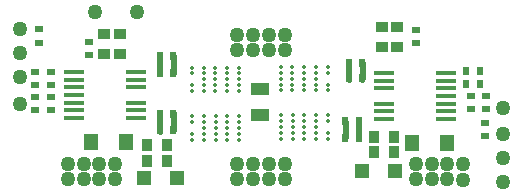
<source format=gbr>
G04 #@! TF.GenerationSoftware,KiCad,Pcbnew,(5.0.0)*
G04 #@! TF.CreationDate,2021-01-14T10:17:43-08:00*
G04 #@! TF.ProjectId,Buffer - Rev D,427566666572202D2052657620442E6B,rev?*
G04 #@! TF.SameCoordinates,Original*
G04 #@! TF.FileFunction,Soldermask,Top*
G04 #@! TF.FilePolarity,Negative*
%FSLAX46Y46*%
G04 Gerber Fmt 4.6, Leading zero omitted, Abs format (unit mm)*
G04 Created by KiCad (PCBNEW (5.0.0)) date 01/14/21 10:17:43*
%MOMM*%
%LPD*%
G01*
G04 APERTURE LIST*
%ADD10R,1.750000X0.300000*%
%ADD11C,1.270000*%
%ADD12R,1.000000X0.889000*%
%ADD13R,0.711000X0.508000*%
%ADD14R,1.500000X1.016000*%
%ADD15R,1.193800X1.193800*%
%ADD16R,0.889000X1.000000*%
%ADD17R,0.508000X0.711000*%
%ADD18C,0.350000*%
%ADD19R,1.300000X1.400000*%
%ADD20C,0.254000*%
G04 APERTURE END LIST*
D10*
G04 #@! TO.C,U2*
X9854000Y10450000D03*
X4604000Y10450000D03*
X4604000Y9800000D03*
X4604000Y9150000D03*
X4604000Y8500000D03*
X4604000Y7850000D03*
X4604000Y7200000D03*
X4604000Y6550000D03*
X9854000Y9800000D03*
X9854000Y9150000D03*
X9854000Y7850000D03*
X9854000Y7200000D03*
X9854000Y6550000D03*
G04 #@! TD*
D11*
G04 #@! TO.C,TP2*
X21096200Y12300000D03*
G04 #@! TD*
G04 #@! TO.C,TP2*
X19750000Y12300000D03*
G04 #@! TD*
D12*
G04 #@! TO.C,C8*
X30693185Y14253941D03*
X30693185Y12553941D03*
G04 #@! TD*
G04 #@! TO.C,C4*
X8509000Y11977000D03*
X8509000Y13677000D03*
G04 #@! TD*
G04 #@! TO.C,C2*
X31963185Y14253941D03*
X31963185Y12553941D03*
G04 #@! TD*
G04 #@! TO.C,C11*
X7112000Y11977000D03*
X7112000Y13677000D03*
G04 #@! TD*
D13*
G04 #@! TO.C,R11*
X1300000Y8367000D03*
X1300000Y7233000D03*
G04 #@! TD*
G04 #@! TO.C,R4*
X39370000Y5021000D03*
X39370000Y6155000D03*
G04 #@! TD*
D14*
G04 #@! TO.C,0.47uF1*
X20307300Y8995700D03*
X20307300Y6777700D03*
G04 #@! TD*
D15*
G04 #@! TO.C,D8*
X13338000Y1460500D03*
X10541000Y1460500D03*
G04 #@! TD*
G04 #@! TO.C,D7*
X28953000Y2032000D03*
X31750000Y2032000D03*
G04 #@! TD*
D10*
G04 #@! TO.C,U1*
X30850300Y6468200D03*
X36100300Y6468200D03*
X36100300Y7118200D03*
X36100300Y7768200D03*
X36100300Y8418200D03*
X36100300Y9068200D03*
X36100300Y9718200D03*
X36100300Y10368200D03*
X30850300Y7118200D03*
X30850300Y7768200D03*
X30850300Y9068200D03*
X30850300Y9718200D03*
X30850300Y10368200D03*
G04 #@! TD*
D11*
G04 #@! TO.C,TP1*
X9906000Y15494000D03*
G04 #@! TD*
G04 #@! TO.C,TP2*
X18415000Y12334900D03*
G04 #@! TD*
G04 #@! TO.C,TP2*
X18415000Y13604900D03*
G04 #@! TD*
G04 #@! TO.C,TP2*
X22415500Y12334900D03*
G04 #@! TD*
G04 #@! TO.C,TP2*
X21082000Y13604900D03*
G04 #@! TD*
G04 #@! TO.C,TP2*
X22415500Y13604900D03*
G04 #@! TD*
G04 #@! TO.C,TP2*
X19748500Y13604900D03*
G04 #@! TD*
G04 #@! TO.C,TP2*
X21082000Y1397000D03*
G04 #@! TD*
G04 #@! TO.C,TP2*
X22415500Y1397000D03*
G04 #@! TD*
G04 #@! TO.C,TP2*
X8064500Y1397000D03*
G04 #@! TD*
G04 #@! TO.C,TP2*
X37528500Y1320800D03*
G04 #@! TD*
G04 #@! TO.C,TP2*
X36195000Y1397000D03*
G04 #@! TD*
G04 #@! TO.C,TP2*
X33528000Y2667000D03*
G04 #@! TD*
G04 #@! TO.C,TP2*
X33528000Y1397000D03*
G04 #@! TD*
G04 #@! TO.C,TP2*
X36195000Y2667000D03*
G04 #@! TD*
G04 #@! TO.C,TP2*
X34861500Y2667000D03*
G04 #@! TD*
G04 #@! TO.C,TP2*
X34861500Y1397000D03*
G04 #@! TD*
G04 #@! TO.C,TP2*
X37528500Y2667000D03*
G04 #@! TD*
G04 #@! TO.C,TP11*
X40894000Y7366000D03*
G04 #@! TD*
G04 #@! TO.C,TP2*
X19748500Y1397000D03*
G04 #@! TD*
G04 #@! TO.C,TP2*
X18415000Y1397000D03*
G04 #@! TD*
G04 #@! TO.C,TP2*
X22415500Y2667000D03*
G04 #@! TD*
G04 #@! TO.C,TP2*
X21082000Y2667000D03*
G04 #@! TD*
G04 #@! TO.C,TP2*
X19748500Y2667000D03*
G04 #@! TD*
G04 #@! TO.C,TP2*
X18415000Y2667000D03*
G04 #@! TD*
G04 #@! TO.C,TP2*
X6731000Y2667000D03*
G04 #@! TD*
G04 #@! TO.C,TP2*
X5397500Y2667000D03*
G04 #@! TD*
G04 #@! TO.C,TP2*
X8064500Y2667000D03*
G04 #@! TD*
G04 #@! TO.C,TP2*
X6731000Y1397000D03*
G04 #@! TD*
G04 #@! TO.C,TP2*
X5397500Y1397000D03*
G04 #@! TD*
G04 #@! TO.C,TP2*
X4064000Y2667000D03*
G04 #@! TD*
G04 #@! TO.C,TP2*
X4064000Y1397000D03*
G04 #@! TD*
G04 #@! TO.C,TP15*
X6350000Y15494000D03*
G04 #@! TD*
G04 #@! TO.C,TP17*
X0Y14097000D03*
G04 #@! TD*
G04 #@! TO.C,TP5*
X40894000Y3175000D03*
G04 #@! TD*
G04 #@! TO.C,TP9*
X40894000Y5207000D03*
G04 #@! TD*
G04 #@! TO.C,TP6*
X0Y7731000D03*
G04 #@! TD*
G04 #@! TO.C,TP4*
X40894000Y1143000D03*
G04 #@! TD*
G04 #@! TO.C,TP3*
X0Y12065000D03*
G04 #@! TD*
G04 #@! TO.C,TP2*
X0Y10033000D03*
G04 #@! TD*
D13*
G04 #@! TO.C,C1*
X1600000Y12933000D03*
X1600000Y14067000D03*
G04 #@! TD*
G04 #@! TO.C,C3*
X2600000Y10473000D03*
X2600000Y9339000D03*
G04 #@! TD*
D16*
G04 #@! TO.C,C5*
X12459561Y4259246D03*
X10759561Y4259246D03*
G04 #@! TD*
G04 #@! TO.C,C6*
X12445693Y2921000D03*
X10745693Y2921000D03*
G04 #@! TD*
G04 #@! TO.C,C7*
X29934800Y4978400D03*
X31634800Y4978400D03*
G04 #@! TD*
G04 #@! TO.C,C9*
X29934800Y3632200D03*
X31634800Y3632200D03*
G04 #@! TD*
D13*
G04 #@! TO.C,C10*
X38227000Y8441000D03*
X38227000Y7307000D03*
G04 #@! TD*
D17*
G04 #@! TO.C,C12*
X38921000Y10541000D03*
X37787000Y10541000D03*
G04 #@! TD*
G04 #@! TO.C,D2*
X12967000Y10400000D03*
X11833000Y10400000D03*
G04 #@! TD*
G04 #@! TO.C,D3*
X12967000Y5527000D03*
X11833000Y5527000D03*
G04 #@! TD*
G04 #@! TO.C,D4*
X27533000Y4900000D03*
X28667000Y4900000D03*
G04 #@! TD*
G04 #@! TO.C,D5*
X27833000Y9900000D03*
X28967000Y9900000D03*
G04 #@! TD*
D18*
G04 #@! TO.C,Q1*
X18561193Y4700042D03*
X17561193Y4700042D03*
X16561193Y4700042D03*
X15561193Y4700042D03*
X14561193Y4700042D03*
X18561193Y5200042D03*
X17561193Y5200042D03*
X16561193Y5200042D03*
X15561193Y5200042D03*
X14561193Y5200042D03*
X18561193Y5700042D03*
X17561193Y5700042D03*
X16561193Y5700042D03*
X15561193Y5700042D03*
X18561193Y6200042D03*
X17561193Y6200042D03*
X16561193Y6200042D03*
X15561193Y6200042D03*
X14561193Y6200042D03*
X18561193Y6700042D03*
X17561193Y6700042D03*
X16561193Y6700042D03*
X15561193Y6700042D03*
X14561193Y6700042D03*
G04 #@! TD*
G04 #@! TO.C,Q2*
X18548493Y8822342D03*
X17548493Y8822342D03*
X16548493Y8822342D03*
X15548493Y8822342D03*
X14548493Y8822342D03*
X18548493Y9322342D03*
X17548493Y9322342D03*
X16548493Y9322342D03*
X15548493Y9322342D03*
X14548493Y9322342D03*
X18548493Y9822342D03*
X17548493Y9822342D03*
X16548493Y9822342D03*
X15548493Y9822342D03*
X18548493Y10322342D03*
X17548493Y10322342D03*
X16548493Y10322342D03*
X15548493Y10322342D03*
X14548493Y10322342D03*
X18548493Y10822342D03*
X17548493Y10822342D03*
X16548493Y10822342D03*
X15548493Y10822342D03*
X14548493Y10822342D03*
G04 #@! TD*
G04 #@! TO.C,Q3*
X22079200Y6763542D03*
X23079200Y6763542D03*
X24079200Y6763542D03*
X25079200Y6763542D03*
X26079200Y6763542D03*
X22079200Y6263542D03*
X23079200Y6263542D03*
X24079200Y6263542D03*
X25079200Y6263542D03*
X26079200Y6263542D03*
X22079200Y5763542D03*
X23079200Y5763542D03*
X24079200Y5763542D03*
X25079200Y5763542D03*
X22079200Y5263542D03*
X23079200Y5263542D03*
X24079200Y5263542D03*
X25079200Y5263542D03*
X26079200Y5263542D03*
X22079200Y4763542D03*
X23079200Y4763542D03*
X24079200Y4763542D03*
X25079200Y4763542D03*
X26079200Y4763542D03*
G04 #@! TD*
G04 #@! TO.C,Q4*
X22067793Y10885842D03*
X23067793Y10885842D03*
X24067793Y10885842D03*
X25067793Y10885842D03*
X26067793Y10885842D03*
X22067793Y10385842D03*
X23067793Y10385842D03*
X24067793Y10385842D03*
X25067793Y10385842D03*
X26067793Y10385842D03*
X22067793Y9885842D03*
X23067793Y9885842D03*
X24067793Y9885842D03*
X25067793Y9885842D03*
X22067793Y9385842D03*
X23067793Y9385842D03*
X24067793Y9385842D03*
X25067793Y9385842D03*
X26067793Y9385842D03*
X22067793Y8885842D03*
X23067793Y8885842D03*
X24067793Y8885842D03*
X25067793Y8885842D03*
X26067793Y8885842D03*
G04 #@! TD*
D17*
G04 #@! TO.C,R1*
X38921000Y9398000D03*
X37787000Y9398000D03*
G04 #@! TD*
D13*
G04 #@! TO.C,R2*
X1300000Y9339000D03*
X1300000Y10473000D03*
G04 #@! TD*
G04 #@! TO.C,R3*
X2600000Y8367000D03*
X2600000Y7233000D03*
G04 #@! TD*
G04 #@! TO.C,R5*
X5842000Y13013000D03*
X5842000Y11879000D03*
G04 #@! TD*
D17*
G04 #@! TO.C,R6*
X11833000Y11800000D03*
X12967000Y11800000D03*
G04 #@! TD*
G04 #@! TO.C,R7*
X11833000Y6927000D03*
X12967000Y6927000D03*
G04 #@! TD*
G04 #@! TO.C,R8*
X27533000Y6300000D03*
X28667000Y6300000D03*
G04 #@! TD*
G04 #@! TO.C,R9*
X27833000Y11200000D03*
X28967000Y11200000D03*
G04 #@! TD*
D13*
G04 #@! TO.C,R10*
X33528000Y14029000D03*
X33528000Y12895000D03*
G04 #@! TD*
G04 #@! TO.C,R13*
X39497000Y7307000D03*
X39497000Y8441000D03*
G04 #@! TD*
D19*
G04 #@! TO.C,D1*
X8943000Y4508500D03*
X6043000Y4508500D03*
G04 #@! TD*
G04 #@! TO.C,D6*
X33221000Y4445000D03*
X36121000Y4445000D03*
G04 #@! TD*
D20*
G36*
X11918803Y11969603D02*
X11963400Y11861937D01*
X11963400Y10337663D01*
X11918803Y10229997D01*
X11836400Y10195864D01*
X11753997Y10229997D01*
X11709400Y10337663D01*
X11709400Y11861937D01*
X11753997Y11969603D01*
X11836400Y12003736D01*
X11918803Y11969603D01*
X11918803Y11969603D01*
G37*
X11918803Y11969603D02*
X11963400Y11861937D01*
X11963400Y10337663D01*
X11918803Y10229997D01*
X11836400Y10195864D01*
X11753997Y10229997D01*
X11709400Y10337663D01*
X11709400Y11861937D01*
X11753997Y11969603D01*
X11836400Y12003736D01*
X11918803Y11969603D01*
G36*
X13051643Y11941271D02*
X13096240Y11833605D01*
X13096240Y10309331D01*
X13051643Y10201665D01*
X12969240Y10167532D01*
X12886837Y10201665D01*
X12842240Y10309331D01*
X12842240Y11833605D01*
X12886837Y11941271D01*
X12969240Y11975404D01*
X13051643Y11941271D01*
X13051643Y11941271D01*
G37*
X13051643Y11941271D02*
X13096240Y11833605D01*
X13096240Y10309331D01*
X13051643Y10201665D01*
X12969240Y10167532D01*
X12886837Y10201665D01*
X12842240Y10309331D01*
X12842240Y11833605D01*
X12886837Y11941271D01*
X12969240Y11975404D01*
X13051643Y11941271D01*
G36*
X11914839Y7101539D02*
X11958320Y6996567D01*
X11958320Y5457139D01*
X11914212Y5351029D01*
X11833150Y5317810D01*
X11751560Y5352025D01*
X11707535Y5459243D01*
X11711271Y6996301D01*
X11755063Y7101483D01*
X11835088Y7134573D01*
X11914839Y7101539D01*
X11914839Y7101539D01*
G37*
X11914839Y7101539D02*
X11958320Y6996567D01*
X11958320Y5457139D01*
X11914212Y5351029D01*
X11833150Y5317810D01*
X11751560Y5352025D01*
X11707535Y5459243D01*
X11711271Y6996301D01*
X11755063Y7101483D01*
X11835088Y7134573D01*
X11914839Y7101539D01*
G36*
X13050219Y7109159D02*
X13093700Y7004187D01*
X13093700Y5464759D01*
X13049592Y5358649D01*
X12968530Y5325430D01*
X12886940Y5359645D01*
X12842915Y5466863D01*
X12846651Y7003921D01*
X12890443Y7109103D01*
X12970468Y7142193D01*
X13050219Y7109159D01*
X13050219Y7109159D01*
G37*
X13050219Y7109159D02*
X13093700Y7004187D01*
X13093700Y5464759D01*
X13049592Y5358649D01*
X12968530Y5325430D01*
X12886940Y5359645D01*
X12842915Y5466863D01*
X12846651Y7003921D01*
X12890443Y7109103D01*
X12970468Y7142193D01*
X13050219Y7109159D01*
G36*
X27913742Y11383207D02*
X27958132Y11276328D01*
X27959967Y9824442D01*
X27915536Y9716887D01*
X27833299Y9682793D01*
X27750917Y9716917D01*
X27706320Y9824583D01*
X27706320Y11276467D01*
X27750545Y11383235D01*
X27832073Y11417005D01*
X27913742Y11383207D01*
X27913742Y11383207D01*
G37*
X27913742Y11383207D02*
X27958132Y11276328D01*
X27959967Y9824442D01*
X27915536Y9716887D01*
X27833299Y9682793D01*
X27750917Y9716917D01*
X27706320Y9824583D01*
X27706320Y11276467D01*
X27750545Y11383235D01*
X27832073Y11417005D01*
X27913742Y11383207D01*
G36*
X29051662Y11395907D02*
X29096052Y11289028D01*
X29097887Y9837142D01*
X29053456Y9729587D01*
X28971219Y9695493D01*
X28888837Y9729617D01*
X28844240Y9837283D01*
X28844240Y11289167D01*
X28888465Y11395935D01*
X28969993Y11429705D01*
X29051662Y11395907D01*
X29051662Y11395907D01*
G37*
X29051662Y11395907D02*
X29096052Y11289028D01*
X29097887Y9837142D01*
X29053456Y9729587D01*
X28971219Y9695493D01*
X28888837Y9729617D01*
X28844240Y9837283D01*
X28844240Y11289167D01*
X28888465Y11395935D01*
X28969993Y11429705D01*
X29051662Y11395907D01*
G36*
X27615761Y6401383D02*
X27660959Y6294790D01*
X27662781Y4853289D01*
X27616202Y4738144D01*
X27528008Y4699279D01*
X27444388Y4731774D01*
X27398980Y4839159D01*
X27398980Y6280661D01*
X27445364Y6395026D01*
X27532858Y6433560D01*
X27615761Y6401383D01*
X27615761Y6401383D01*
G37*
X27615761Y6401383D02*
X27660959Y6294790D01*
X27662781Y4853289D01*
X27616202Y4738144D01*
X27528008Y4699279D01*
X27444388Y4731774D01*
X27398980Y4839159D01*
X27398980Y6280661D01*
X27445364Y6395026D01*
X27532858Y6433560D01*
X27615761Y6401383D01*
G36*
X28751942Y6399101D02*
X28796332Y6292222D01*
X28798167Y4840336D01*
X28753736Y4732781D01*
X28671499Y4698687D01*
X28589117Y4732811D01*
X28544520Y4840477D01*
X28544520Y6292361D01*
X28588745Y6399129D01*
X28670273Y6432899D01*
X28751942Y6399101D01*
X28751942Y6399101D01*
G37*
X28751942Y6399101D02*
X28796332Y6292222D01*
X28798167Y4840336D01*
X28753736Y4732781D01*
X28671499Y4698687D01*
X28589117Y4732811D01*
X28544520Y4840477D01*
X28544520Y6292361D01*
X28588745Y6399129D01*
X28670273Y6432899D01*
X28751942Y6399101D01*
M02*

</source>
